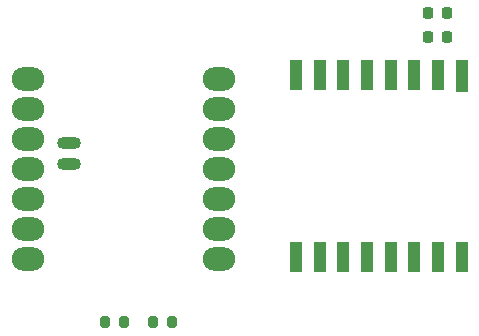
<source format=gbr>
%TF.GenerationSoftware,KiCad,Pcbnew,7.0.9*%
%TF.CreationDate,2024-03-18T18:38:54+01:00*%
%TF.ProjectId,esp32c3,65737033-3263-4332-9e6b-696361645f70,rev?*%
%TF.SameCoordinates,Original*%
%TF.FileFunction,Paste,Top*%
%TF.FilePolarity,Positive*%
%FSLAX46Y46*%
G04 Gerber Fmt 4.6, Leading zero omitted, Abs format (unit mm)*
G04 Created by KiCad (PCBNEW 7.0.9) date 2024-03-18 18:38:54*
%MOMM*%
%LPD*%
G01*
G04 APERTURE LIST*
G04 Aperture macros list*
%AMRoundRect*
0 Rectangle with rounded corners*
0 $1 Rounding radius*
0 $2 $3 $4 $5 $6 $7 $8 $9 X,Y pos of 4 corners*
0 Add a 4 corners polygon primitive as box body*
4,1,4,$2,$3,$4,$5,$6,$7,$8,$9,$2,$3,0*
0 Add four circle primitives for the rounded corners*
1,1,$1+$1,$2,$3*
1,1,$1+$1,$4,$5*
1,1,$1+$1,$6,$7*
1,1,$1+$1,$8,$9*
0 Add four rect primitives between the rounded corners*
20,1,$1+$1,$2,$3,$4,$5,0*
20,1,$1+$1,$4,$5,$6,$7,0*
20,1,$1+$1,$6,$7,$8,$9,0*
20,1,$1+$1,$8,$9,$2,$3,0*%
G04 Aperture macros list end*
%ADD10R,1.100000X2.800000*%
%ADD11R,1.100000X2.600000*%
%ADD12RoundRect,0.225000X-0.225000X-0.250000X0.225000X-0.250000X0.225000X0.250000X-0.225000X0.250000X0*%
%ADD13RoundRect,0.200000X-0.200000X-0.275000X0.200000X-0.275000X0.200000X0.275000X-0.200000X0.275000X0*%
%ADD14O,2.748280X1.998980*%
%ADD15O,2.032000X1.016000*%
G04 APERTURE END LIST*
D10*
%TO.C,U3*%
X173482000Y-73152000D03*
D11*
X171482000Y-73052000D03*
X169482000Y-73052000D03*
X167482000Y-73052000D03*
X165482000Y-73052000D03*
X163482000Y-73052000D03*
X161482000Y-73052000D03*
X159482000Y-73052000D03*
X159482000Y-88452000D03*
X161482000Y-88452000D03*
X163482000Y-88452000D03*
X165482000Y-88452000D03*
X167482000Y-88452000D03*
X169482000Y-88452000D03*
X171482000Y-88452000D03*
X173482000Y-88452000D03*
%TD*%
D12*
%TO.C,C2*%
X170662000Y-69820000D03*
X172212000Y-69820000D03*
%TD*%
D13*
%TO.C,R1*%
X143256000Y-93980000D03*
X144906000Y-93980000D03*
%TD*%
%TO.C,R2*%
X147320000Y-93980000D03*
X148970000Y-93980000D03*
%TD*%
D14*
%TO.C,U2*%
X136743440Y-73406000D03*
X136743440Y-75946000D03*
X136743440Y-78486000D03*
X136743440Y-81026000D03*
X136743440Y-83566000D03*
X136743440Y-86106000D03*
X136743440Y-88646000D03*
X152908000Y-88646000D03*
X152908000Y-86106000D03*
X152908000Y-83566000D03*
X152908000Y-81026000D03*
X152908000Y-78486000D03*
X152908000Y-75946000D03*
X152908000Y-73406000D03*
D15*
X140228320Y-80601820D03*
X140228320Y-78823820D03*
%TD*%
D12*
%TO.C,C1*%
X170675000Y-67818000D03*
X172225000Y-67818000D03*
%TD*%
M02*

</source>
